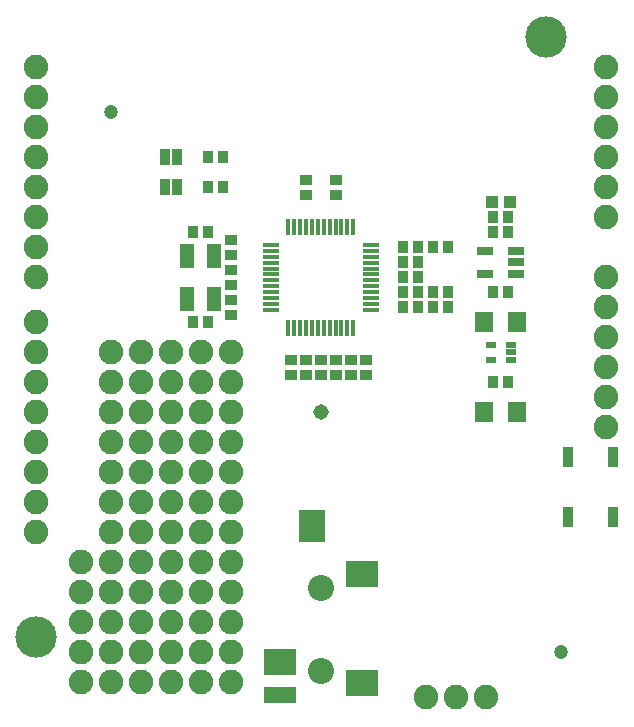
<source format=gbr>
G04 EAGLE Gerber RS-274X export*
G75*
%MOMM*%
%FSLAX34Y34*%
%LPD*%
%INSoldermask Top*%
%IPPOS*%
%AMOC8*
5,1,8,0,0,1.08239X$1,22.5*%
G01*
%ADD10R,1.403200X0.753200*%
%ADD11R,0.903200X1.103200*%
%ADD12R,1.603200X1.803200*%
%ADD13R,1.003200X1.003200*%
%ADD14R,0.457200X1.346200*%
%ADD15R,1.346200X0.457200*%
%ADD16R,1.303200X2.103200*%
%ADD17R,1.103200X0.903200*%
%ADD18R,0.953200X0.603200*%
%ADD19C,1.203200*%
%ADD20C,2.082800*%
%ADD21C,3.505200*%
%ADD22R,0.965200X1.727200*%
%ADD23R,0.838200X1.473200*%
%ADD24R,2.703200X2.203200*%
%ADD25R,2.203200X2.703200*%
%ADD26R,2.703200X1.403200*%
%ADD27C,2.203200*%
%ADD28C,1.311200*%


D10*
X432101Y371500D03*
X432101Y381000D03*
X432101Y390500D03*
X406099Y390500D03*
X406099Y371500D03*
D11*
X412600Y355600D03*
X425600Y355600D03*
D12*
X433100Y330200D03*
X405100Y330200D03*
D11*
X412600Y419100D03*
X425600Y419100D03*
D13*
X426600Y431800D03*
X411600Y431800D03*
D14*
X294200Y410800D03*
X289200Y410800D03*
X284200Y410800D03*
X279200Y410800D03*
X274200Y410800D03*
X269200Y410800D03*
X264200Y410800D03*
X259200Y410800D03*
X254200Y410800D03*
X249200Y410800D03*
X244200Y410800D03*
X239200Y410800D03*
D15*
X224200Y395800D03*
X224200Y390800D03*
X224200Y385800D03*
X224200Y380800D03*
X224200Y375800D03*
X224200Y370800D03*
X224200Y365800D03*
X224200Y360800D03*
X224200Y355800D03*
X224200Y350800D03*
X224200Y345800D03*
X224200Y340800D03*
D14*
X239200Y325800D03*
X244200Y325800D03*
X249200Y325800D03*
X254200Y325800D03*
X259200Y325800D03*
X264200Y325800D03*
X269200Y325800D03*
X274200Y325800D03*
X279200Y325800D03*
X284200Y325800D03*
X289200Y325800D03*
X294200Y325800D03*
D15*
X309200Y340800D03*
X309200Y345800D03*
X309200Y350800D03*
X309200Y355800D03*
X309200Y360800D03*
X309200Y365800D03*
X309200Y370800D03*
X309200Y375800D03*
X309200Y380800D03*
X309200Y385800D03*
X309200Y390800D03*
X309200Y395800D03*
D12*
X433100Y254000D03*
X405100Y254000D03*
D11*
X412600Y279400D03*
X425600Y279400D03*
X158600Y330200D03*
X171600Y330200D03*
X171600Y406400D03*
X158600Y406400D03*
D16*
X153600Y386800D03*
X176600Y349800D03*
X176600Y386800D03*
X153600Y349800D03*
D17*
X190500Y374800D03*
X190500Y361800D03*
D11*
X349400Y381000D03*
X336400Y381000D03*
D17*
X254000Y298600D03*
X254000Y285600D03*
X254000Y451000D03*
X254000Y438000D03*
X279400Y451000D03*
X279400Y438000D03*
D11*
X349400Y342900D03*
X336400Y342900D03*
X349400Y393700D03*
X336400Y393700D03*
X349400Y355600D03*
X336400Y355600D03*
X361800Y342900D03*
X374800Y342900D03*
X361800Y393700D03*
X374800Y393700D03*
X361800Y355600D03*
X374800Y355600D03*
D17*
X292100Y285600D03*
X292100Y298600D03*
X279400Y285600D03*
X279400Y298600D03*
D18*
X427350Y298300D03*
X427350Y304800D03*
X427350Y311300D03*
X410850Y311300D03*
X410850Y298300D03*
D19*
X469900Y50800D03*
X88900Y508000D03*
D20*
X508000Y241300D03*
X508000Y266700D03*
X508000Y292100D03*
X508000Y317500D03*
X508000Y342900D03*
X508000Y368300D03*
X508000Y419100D03*
X508000Y444500D03*
X508000Y469900D03*
X508000Y495300D03*
X508000Y520700D03*
X508000Y546100D03*
X25400Y546100D03*
X25400Y520700D03*
X25400Y495300D03*
X25400Y469900D03*
X25400Y444500D03*
X25400Y419100D03*
X25400Y393700D03*
X25400Y368300D03*
X25400Y330200D03*
X25400Y304800D03*
X25400Y279400D03*
X25400Y254000D03*
X25400Y228600D03*
X25400Y203200D03*
X25400Y177800D03*
X25400Y152400D03*
D21*
X457200Y571500D03*
X25400Y63500D03*
D22*
X514350Y215900D03*
X514350Y165100D03*
X476250Y215900D03*
X476250Y165100D03*
D11*
X412600Y406400D03*
X425600Y406400D03*
D17*
X190500Y349400D03*
X190500Y336400D03*
X190500Y387200D03*
X190500Y400200D03*
X241300Y285600D03*
X241300Y298600D03*
X304800Y285600D03*
X304800Y298600D03*
D11*
X336400Y368300D03*
X349400Y368300D03*
D17*
X266700Y298600D03*
X266700Y285600D03*
D11*
X171300Y469900D03*
X184300Y469900D03*
X171300Y444500D03*
X184300Y444500D03*
D23*
X134620Y444500D03*
X144780Y444500D03*
D24*
X301200Y25000D03*
X301200Y117000D03*
X232200Y43000D03*
D25*
X259200Y157500D03*
D26*
X232200Y15000D03*
D27*
X266700Y35000D03*
X266700Y105000D03*
D23*
X134620Y469900D03*
X144780Y469900D03*
D20*
X355600Y12700D03*
X381000Y12700D03*
X406400Y12700D03*
X88900Y228600D03*
X114300Y228600D03*
X139700Y228600D03*
X165100Y228600D03*
X190500Y228600D03*
X88900Y203200D03*
X114300Y203200D03*
X139700Y203200D03*
X165100Y203200D03*
X190500Y203200D03*
X88900Y177800D03*
X114300Y177800D03*
X139700Y177800D03*
X165100Y177800D03*
X190500Y177800D03*
X88900Y152400D03*
X114300Y152400D03*
X139700Y152400D03*
X165100Y152400D03*
X190500Y152400D03*
X88900Y127000D03*
X114300Y127000D03*
X139700Y127000D03*
X165100Y127000D03*
X190500Y127000D03*
X88900Y101600D03*
X114300Y101600D03*
X139700Y101600D03*
X165100Y101600D03*
X190500Y101600D03*
X88900Y76200D03*
X114300Y76200D03*
X139700Y76200D03*
X165100Y76200D03*
X190500Y76200D03*
X88900Y50800D03*
X114300Y50800D03*
X139700Y50800D03*
X165100Y50800D03*
X190500Y50800D03*
X88900Y25400D03*
X114300Y25400D03*
X139700Y25400D03*
X165100Y25400D03*
X190500Y25400D03*
X63500Y127000D03*
X63500Y101600D03*
X63500Y76200D03*
X63500Y50800D03*
X63500Y25400D03*
D28*
X266700Y254000D03*
D20*
X190500Y254000D03*
X165100Y254000D03*
X139700Y254000D03*
X88900Y254000D03*
X88900Y279400D03*
X114300Y254000D03*
X114300Y279400D03*
X139700Y279400D03*
X165100Y279400D03*
X190500Y279400D03*
X190500Y304800D03*
X165100Y304800D03*
X139700Y304800D03*
X114300Y304800D03*
X88900Y304800D03*
M02*

</source>
